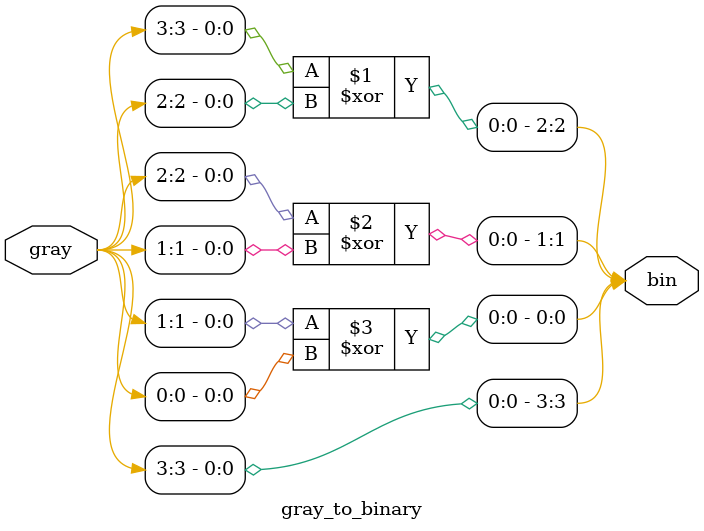
<source format=sv>
module gray_to_binary (
    input [3:0] gray,
    output [3:0] bin
);
    assign bin[3] = gray[3];
    assign bin[2] = gray[3] ^ gray[2];
    assign bin[1] = gray[2] ^ gray[1];
    assign bin[0] = gray[1] ^ gray[0];
endmodule

</source>
